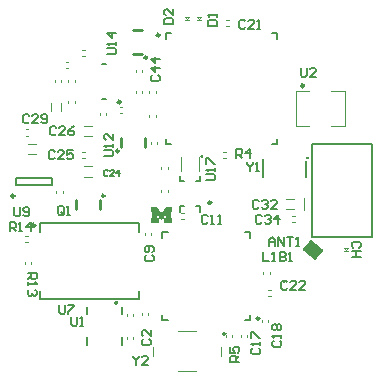
<source format=gto>
%FSLAX24Y24*%
%MOIN*%
G70*
G01*
G75*
G04 Layer_Color=65535*
%ADD10C,0.0100*%
G04:AMPARAMS|DCode=11|XSize=63mil|YSize=98.4mil|CornerRadius=15.7mil|HoleSize=0mil|Usage=FLASHONLY|Rotation=0.000|XOffset=0mil|YOffset=0mil|HoleType=Round|Shape=RoundedRectangle|*
%AMROUNDEDRECTD11*
21,1,0.0630,0.0669,0,0,0.0*
21,1,0.0315,0.0984,0,0,0.0*
1,1,0.0315,0.0157,-0.0335*
1,1,0.0315,-0.0157,-0.0335*
1,1,0.0315,-0.0157,0.0335*
1,1,0.0315,0.0157,0.0335*
%
%ADD11ROUNDEDRECTD11*%
G04:AMPARAMS|DCode=12|XSize=33.5mil|YSize=17.7mil|CornerRadius=4.4mil|HoleSize=0mil|Usage=FLASHONLY|Rotation=0.000|XOffset=0mil|YOffset=0mil|HoleType=Round|Shape=RoundedRectangle|*
%AMROUNDEDRECTD12*
21,1,0.0335,0.0089,0,0,0.0*
21,1,0.0246,0.0177,0,0,0.0*
1,1,0.0089,0.0123,-0.0044*
1,1,0.0089,-0.0123,-0.0044*
1,1,0.0089,-0.0123,0.0044*
1,1,0.0089,0.0123,0.0044*
%
%ADD12ROUNDEDRECTD12*%
%ADD13O,0.0335X0.0110*%
%ADD14O,0.0110X0.0335*%
%ADD15R,0.2028X0.2028*%
%ADD16R,0.1850X0.1850*%
%ADD17O,0.0110X0.0315*%
%ADD18O,0.0315X0.0110*%
%ADD19O,0.0276X0.0098*%
%ADD20O,0.0098X0.0276*%
%ADD21O,0.0532X0.0177*%
%ADD22R,0.0142X0.0142*%
%ADD23R,0.0110X0.0110*%
G04:AMPARAMS|DCode=24|XSize=59.1mil|YSize=102.4mil|CornerRadius=0mil|HoleSize=0mil|Usage=FLASHONLY|Rotation=230.000|XOffset=0mil|YOffset=0mil|HoleType=Round|Shape=Rectangle|*
%AMROTATEDRECTD24*
4,1,4,-0.0202,0.0555,0.0582,-0.0103,0.0202,-0.0555,-0.0582,0.0103,-0.0202,0.0555,0.0*
%
%ADD24ROTATEDRECTD24*%

%ADD25R,0.0551X0.0630*%
%ADD26R,0.0630X0.0748*%
%ADD27R,0.0532X0.0157*%
%ADD28R,0.0138X0.0098*%
%ADD29R,0.0098X0.0187*%
%ADD30R,0.0217X0.0394*%
%ADD31R,0.0118X0.0193*%
%ADD32R,0.0118X0.0209*%
%ADD33R,0.0787X0.0472*%
%ADD34R,0.0335X0.0157*%
%ADD35R,0.0157X0.0335*%
%ADD36R,0.0276X0.0354*%
%ADD37R,0.0197X0.0315*%
%ADD38O,0.0315X0.0157*%
%ADD39R,0.2362X0.1890*%
%ADD40R,0.0236X0.0157*%
%ADD41R,0.0197X0.0354*%
%ADD42R,0.0157X0.0236*%
%ADD43R,0.0354X0.0197*%
%ADD44C,0.0060*%
%ADD45C,0.0050*%
%ADD46C,0.0120*%
%ADD47C,0.0181*%
%ADD48C,0.0080*%
%ADD49C,0.0150*%
%ADD50C,0.1260*%
%ADD51C,0.0630*%
%ADD52C,0.0180*%
%ADD53C,0.0197*%
%ADD54C,0.0276*%
%ADD55C,0.0260*%
%ADD56C,0.0220*%
%ADD57C,0.0200*%
%ADD58R,0.0236X0.0610*%
%ADD59R,0.0472X0.0709*%
%ADD60R,0.0591X0.0236*%
%ADD61R,0.0236X0.0591*%
%ADD62R,0.0512X0.0217*%
%ADD63R,0.1299X0.1299*%
%ADD64O,0.0315X0.0098*%
%ADD65O,0.0098X0.0315*%
%ADD66C,0.0098*%
%ADD67C,0.0039*%
%ADD68C,0.0079*%
%ADD69C,0.0047*%
G04:AMPARAMS|DCode=70|XSize=43.3mil|YSize=55.1mil|CornerRadius=0mil|HoleSize=0mil|Usage=FLASHONLY|Rotation=230.000|XOffset=0mil|YOffset=0mil|HoleType=Round|Shape=Rectangle|*
%AMROTATEDRECTD70*
4,1,4,-0.0072,0.0343,0.0350,-0.0011,0.0072,-0.0343,-0.0350,0.0011,-0.0072,0.0343,0.0*
%
%ADD70ROTATEDRECTD70*%

G36*
X-484Y-700D02*
X-539D01*
Y-921D01*
X-484D01*
Y-1067D01*
X-758D01*
Y-921D01*
X-702D01*
Y-788D01*
X-840Y-979D01*
X-849D01*
X-985Y-788D01*
Y-921D01*
X-929D01*
Y-1067D01*
X-1203D01*
Y-921D01*
X-1150D01*
Y-700D01*
X-1203D01*
Y-554D01*
X-986D01*
X-847Y-746D01*
X-840D01*
X-701Y-554D01*
X-484D01*
Y-700D01*
D02*
G37*
D10*
X3900Y3500D02*
G03*
X3900Y3500I-50J0D01*
G01*
X3242Y-3026D02*
G03*
X3242Y-3026I-14J0D01*
G01*
X-2328Y-3732D02*
G03*
X-2328Y-3732I-28J0D01*
G01*
X504Y1146D02*
G03*
X504Y1146I-10J0D01*
G01*
X1280Y-4769D02*
G03*
X1280Y-4769I-30J0D01*
G01*
X-1335Y4438D02*
G03*
X-1335Y4438I-39J0D01*
G01*
X-2272Y1324D02*
G03*
X-2272Y1324I-39J0D01*
G01*
X-2749Y-174D02*
G03*
X-2749Y-174I-39J0D01*
G01*
X4026Y1094D02*
G03*
X4026Y1094I-14J0D01*
G01*
X-1807Y5344D02*
X-1493D01*
X-1807Y4556D02*
X-1493D01*
X-2194Y1443D02*
Y1757D01*
X-1406Y1443D02*
Y1757D01*
X-3694Y-607D02*
Y-293D01*
X-2906Y-607D02*
Y-293D01*
D44*
X-2159Y-5140D02*
Y-4876D01*
X-3341Y-5140D02*
Y-4876D01*
Y-4124D02*
Y-3860D01*
X-2159Y-4124D02*
Y-3860D01*
D45*
X6171Y-1555D02*
Y1555D01*
X4183D02*
X6171D01*
X4193Y-1555D02*
X6171D01*
X4183Y-1545D02*
Y1555D01*
Y-1545D02*
X4193Y-1555D01*
X2531Y455D02*
Y1045D01*
X3968Y455D02*
Y996D01*
X3100Y-2050D02*
Y-2350D01*
X3250D01*
X3300Y-2300D01*
Y-2250D01*
X3250Y-2200D01*
X3100D01*
X3250D01*
X3300Y-2150D01*
Y-2100D01*
X3250Y-2050D01*
X3100D01*
X3400Y-2350D02*
X3500D01*
X3450D01*
Y-2050D01*
X3400Y-2100D01*
X-1450Y-4950D02*
X-1500Y-5000D01*
Y-5100D01*
X-1450Y-5150D01*
X-1250D01*
X-1200Y-5100D01*
Y-5000D01*
X-1250Y-4950D01*
X-1200Y-4650D02*
Y-4850D01*
X-1400Y-4650D01*
X-1450D01*
X-1500Y-4700D01*
Y-4800D01*
X-1450Y-4850D01*
X-1350Y-2150D02*
X-1400Y-2200D01*
Y-2300D01*
X-1350Y-2350D01*
X-1150D01*
X-1100Y-2300D01*
Y-2200D01*
X-1150Y-2150D01*
Y-2050D02*
X-1100Y-2000D01*
Y-1900D01*
X-1150Y-1850D01*
X-1350D01*
X-1400Y-1900D01*
Y-2000D01*
X-1350Y-2050D01*
X-1300D01*
X-1250Y-2000D01*
Y-1850D01*
X700Y-850D02*
X650Y-800D01*
X550D01*
X500Y-850D01*
Y-1050D01*
X550Y-1100D01*
X650D01*
X700Y-1050D01*
X800Y-1100D02*
X900D01*
X850D01*
Y-800D01*
X800Y-850D01*
X1050Y-1100D02*
X1150D01*
X1100D01*
Y-800D01*
X1050Y-850D01*
X2200Y-5250D02*
X2150Y-5300D01*
Y-5400D01*
X2200Y-5450D01*
X2400D01*
X2450Y-5400D01*
Y-5300D01*
X2400Y-5250D01*
X2450Y-5150D02*
Y-5050D01*
Y-5100D01*
X2150D01*
X2200Y-5150D01*
X2150Y-4900D02*
Y-4700D01*
X2200D01*
X2400Y-4900D01*
X2450D01*
X2900Y-5000D02*
X2850Y-5050D01*
Y-5150D01*
X2900Y-5200D01*
X3100D01*
X3150Y-5150D01*
Y-5050D01*
X3100Y-5000D01*
X3150Y-4900D02*
Y-4800D01*
Y-4850D01*
X2850D01*
X2900Y-4900D01*
Y-4650D02*
X2850Y-4600D01*
Y-4500D01*
X2900Y-4450D01*
X2950D01*
X3000Y-4500D01*
X3050Y-4450D01*
X3100D01*
X3150Y-4500D01*
Y-4600D01*
X3100Y-4650D01*
X3050D01*
X3000Y-4600D01*
X2950Y-4650D01*
X2900D01*
X3000Y-4600D02*
Y-4500D01*
X1950Y5650D02*
X1900Y5700D01*
X1800D01*
X1750Y5650D01*
Y5450D01*
X1800Y5400D01*
X1900D01*
X1950Y5450D01*
X2250Y5400D02*
X2050D01*
X2250Y5600D01*
Y5650D01*
X2200Y5700D01*
X2100D01*
X2050Y5650D01*
X2350Y5400D02*
X2450D01*
X2400D01*
Y5700D01*
X2350Y5650D01*
X3350Y-3050D02*
X3300Y-3000D01*
X3200D01*
X3150Y-3050D01*
Y-3250D01*
X3200Y-3300D01*
X3300D01*
X3350Y-3250D01*
X3650Y-3300D02*
X3450D01*
X3650Y-3100D01*
Y-3050D01*
X3600Y-3000D01*
X3500D01*
X3450Y-3050D01*
X3950Y-3300D02*
X3750D01*
X3950Y-3100D01*
Y-3050D01*
X3900Y-3000D01*
X3800D01*
X3750Y-3050D01*
X-2617Y667D02*
X-2650Y700D01*
X-2717D01*
X-2750Y667D01*
Y533D01*
X-2717Y500D01*
X-2650D01*
X-2617Y533D01*
X-2417Y500D02*
X-2550D01*
X-2417Y633D01*
Y667D01*
X-2450Y700D01*
X-2517D01*
X-2550Y667D01*
X-2250Y500D02*
Y700D01*
X-2350Y600D01*
X-2217D01*
X-4400Y1300D02*
X-4450Y1350D01*
X-4550D01*
X-4600Y1300D01*
Y1100D01*
X-4550Y1050D01*
X-4450D01*
X-4400Y1100D01*
X-4100Y1050D02*
X-4300D01*
X-4100Y1250D01*
Y1300D01*
X-4150Y1350D01*
X-4250D01*
X-4300Y1300D01*
X-3800Y1350D02*
X-4000D01*
Y1200D01*
X-3900Y1250D01*
X-3850D01*
X-3800Y1200D01*
Y1100D01*
X-3850Y1050D01*
X-3950D01*
X-4000Y1100D01*
X-4350Y2100D02*
X-4400Y2150D01*
X-4500D01*
X-4550Y2100D01*
Y1900D01*
X-4500Y1850D01*
X-4400D01*
X-4350Y1900D01*
X-4050Y1850D02*
X-4250D01*
X-4050Y2050D01*
Y2100D01*
X-4100Y2150D01*
X-4200D01*
X-4250Y2100D01*
X-3750Y2150D02*
X-3850Y2100D01*
X-3950Y2000D01*
Y1900D01*
X-3900Y1850D01*
X-3800D01*
X-3750Y1900D01*
Y1950D01*
X-3800Y2000D01*
X-3950D01*
X-5250Y2500D02*
X-5300Y2550D01*
X-5400D01*
X-5450Y2500D01*
Y2300D01*
X-5400Y2250D01*
X-5300D01*
X-5250Y2300D01*
X-4950Y2250D02*
X-5150D01*
X-4950Y2450D01*
Y2500D01*
X-5000Y2550D01*
X-5100D01*
X-5150Y2500D01*
X-4850Y2300D02*
X-4800Y2250D01*
X-4700D01*
X-4650Y2300D01*
Y2500D01*
X-4700Y2550D01*
X-4800D01*
X-4850Y2500D01*
Y2450D01*
X-4800Y2400D01*
X-4650D01*
X2400Y-350D02*
X2350Y-300D01*
X2250D01*
X2200Y-350D01*
Y-550D01*
X2250Y-600D01*
X2350D01*
X2400Y-550D01*
X2500Y-350D02*
X2550Y-300D01*
X2650D01*
X2700Y-350D01*
Y-400D01*
X2650Y-450D01*
X2600D01*
X2650D01*
X2700Y-500D01*
Y-550D01*
X2650Y-600D01*
X2550D01*
X2500Y-550D01*
X3000Y-600D02*
X2800D01*
X3000Y-400D01*
Y-350D01*
X2950Y-300D01*
X2850D01*
X2800Y-350D01*
X2500Y-850D02*
X2450Y-800D01*
X2350D01*
X2300Y-850D01*
Y-1050D01*
X2350Y-1100D01*
X2450D01*
X2500Y-1050D01*
X2600Y-850D02*
X2650Y-800D01*
X2750D01*
X2800Y-850D01*
Y-900D01*
X2750Y-950D01*
X2700D01*
X2750D01*
X2800Y-1000D01*
Y-1050D01*
X2750Y-1100D01*
X2650D01*
X2600Y-1050D01*
X3050Y-1100D02*
Y-800D01*
X2900Y-950D01*
X3100D01*
X-1150Y3850D02*
X-1200Y3800D01*
Y3700D01*
X-1150Y3650D01*
X-950D01*
X-900Y3700D01*
Y3800D01*
X-950Y3850D01*
X-900Y4100D02*
X-1200D01*
X-1050Y3950D01*
Y4150D01*
X-900Y4400D02*
X-1200D01*
X-1050Y4250D01*
Y4450D01*
X2550Y-2050D02*
Y-2350D01*
X2750D01*
X2850D02*
X2950D01*
X2900D01*
Y-2050D01*
X2850Y-2100D01*
X1650Y1100D02*
Y1400D01*
X1800D01*
X1850Y1350D01*
Y1250D01*
X1800Y1200D01*
X1650D01*
X1750D02*
X1850Y1100D01*
X2100D02*
Y1400D01*
X1950Y1250D01*
X2150D01*
X1750Y-5700D02*
X1450D01*
Y-5550D01*
X1500Y-5500D01*
X1600D01*
X1650Y-5550D01*
Y-5700D01*
Y-5600D02*
X1750Y-5500D01*
X1450Y-5200D02*
Y-5400D01*
X1600D01*
X1550Y-5300D01*
Y-5250D01*
X1600Y-5200D01*
X1700D01*
X1750Y-5250D01*
Y-5350D01*
X1700Y-5400D01*
X-5300Y-2750D02*
X-5000D01*
Y-2900D01*
X-5050Y-2950D01*
X-5150D01*
X-5200Y-2900D01*
Y-2750D01*
Y-2850D02*
X-5300Y-2950D01*
Y-3050D02*
Y-3150D01*
Y-3100D01*
X-5000D01*
X-5050Y-3050D01*
Y-3300D02*
X-5000Y-3350D01*
Y-3450D01*
X-5050Y-3500D01*
X-5100D01*
X-5150Y-3450D01*
Y-3400D01*
Y-3450D01*
X-5200Y-3500D01*
X-5250D01*
X-5300Y-3450D01*
Y-3350D01*
X-5250Y-3300D01*
X-5900Y-1350D02*
Y-1050D01*
X-5750D01*
X-5700Y-1100D01*
Y-1200D01*
X-5750Y-1250D01*
X-5900D01*
X-5800D02*
X-5700Y-1350D01*
X-5600D02*
X-5500D01*
X-5550D01*
Y-1050D01*
X-5600Y-1100D01*
X-5200Y-1350D02*
Y-1050D01*
X-5350Y-1200D01*
X-5150D01*
X-3850Y-4200D02*
Y-4450D01*
X-3800Y-4500D01*
X-3700D01*
X-3650Y-4450D01*
Y-4200D01*
X-3550Y-4500D02*
X-3450D01*
X-3500D01*
Y-4200D01*
X-3550Y-4250D01*
X-5750Y-550D02*
Y-800D01*
X-5700Y-850D01*
X-5600D01*
X-5550Y-800D01*
Y-550D01*
X-5450Y-800D02*
X-5400Y-850D01*
X-5300D01*
X-5250Y-800D01*
Y-600D01*
X-5300Y-550D01*
X-5400D01*
X-5450Y-600D01*
Y-650D01*
X-5400Y-700D01*
X-5250D01*
X-2750Y1150D02*
X-2500D01*
X-2450Y1200D01*
Y1300D01*
X-2500Y1350D01*
X-2750D01*
X-2450Y1450D02*
Y1550D01*
Y1500D01*
X-2750D01*
X-2700Y1450D01*
X-2450Y1900D02*
Y1700D01*
X-2650Y1900D01*
X-2700D01*
X-2750Y1850D01*
Y1750D01*
X-2700Y1700D01*
X-2650Y4550D02*
X-2400D01*
X-2350Y4600D01*
Y4700D01*
X-2400Y4750D01*
X-2650D01*
X-2350Y4850D02*
Y4950D01*
Y4900D01*
X-2650D01*
X-2600Y4850D01*
X-2350Y5250D02*
X-2650D01*
X-2500Y5100D01*
Y5300D01*
X650Y350D02*
X900D01*
X950Y400D01*
Y500D01*
X900Y550D01*
X650D01*
X950Y650D02*
Y750D01*
Y700D01*
X650D01*
X700Y650D01*
X650Y900D02*
Y1100D01*
X700D01*
X900Y900D01*
X950D01*
X2000Y950D02*
Y900D01*
X2100Y800D01*
X2200Y900D01*
Y950D01*
X2100Y800D02*
Y650D01*
X2300D02*
X2400D01*
X2350D01*
Y950D01*
X2300Y900D01*
X-1800Y-5500D02*
Y-5550D01*
X-1700Y-5650D01*
X-1600Y-5550D01*
Y-5500D01*
X-1700Y-5650D02*
Y-5800D01*
X-1300D02*
X-1500D01*
X-1300Y-5600D01*
Y-5550D01*
X-1350Y-5500D01*
X-1450D01*
X-1500Y-5550D01*
X2750Y-1850D02*
Y-1650D01*
X2850Y-1550D01*
X2950Y-1650D01*
Y-1850D01*
Y-1700D01*
X2750D01*
X3050Y-1850D02*
Y-1550D01*
X3250Y-1850D01*
Y-1550D01*
X3350D02*
X3550D01*
X3450D01*
Y-1850D01*
X3650D02*
X3750D01*
X3700D01*
Y-1550D01*
X3650Y-1600D01*
X-4100Y-750D02*
Y-550D01*
X-4150Y-500D01*
X-4250D01*
X-4300Y-550D01*
Y-750D01*
X-4250Y-800D01*
X-4150D01*
X-4200Y-700D02*
X-4100Y-800D01*
X-4150D02*
X-4100Y-750D01*
X-4000Y-800D02*
X-3900D01*
X-3950D01*
Y-500D01*
X-4000Y-550D01*
X-4250Y-3800D02*
Y-4050D01*
X-4200Y-4100D01*
X-4100D01*
X-4050Y-4050D01*
Y-3800D01*
X-3950D02*
X-3750D01*
Y-3850D01*
X-3950Y-4050D01*
Y-4100D01*
X700Y5500D02*
X1000D01*
Y5650D01*
X950Y5700D01*
X750D01*
X700Y5650D01*
Y5500D01*
X1000Y5800D02*
Y5900D01*
Y5850D01*
X700D01*
X750Y5800D01*
X-750Y5550D02*
X-450D01*
Y5700D01*
X-500Y5750D01*
X-700D01*
X-750Y5700D01*
Y5550D01*
X-450Y6050D02*
Y5850D01*
X-650Y6050D01*
X-700D01*
X-750Y6000D01*
Y5900D01*
X-700Y5850D01*
X3800Y4100D02*
Y3850D01*
X3850Y3800D01*
X3950D01*
X4000Y3850D01*
Y4100D01*
X4300Y3800D02*
X4100D01*
X4300Y4000D01*
Y4050D01*
X4250Y4100D01*
X4150D01*
X4100Y4050D01*
X5750Y-1900D02*
X5800Y-1850D01*
Y-1750D01*
X5750Y-1700D01*
X5550D01*
X5500Y-1750D01*
Y-1850D01*
X5550Y-1900D01*
X5800Y-2000D02*
X5500D01*
X5650D01*
Y-2200D01*
X5800D01*
X5500D01*
D66*
X2422Y-4257D02*
G03*
X2422Y-4257I-49J0D01*
G01*
X-907Y5191D02*
G03*
X-907Y5191I-49J0D01*
G01*
X818Y-395D02*
G03*
X818Y-395I-49J0D01*
G01*
X-2209Y2961D02*
G03*
X-2209Y2961I-49J0D01*
G01*
X-5750Y-172D02*
G03*
X-5750Y-172I-49J0D01*
G01*
X-5051Y-1149D02*
G03*
X-5051Y-1149I-49J0D01*
G01*
D67*
X4814Y3341D02*
X5257D01*
X4814Y2159D02*
X5257D01*
X3643D02*
X4086D01*
X3643Y3341D02*
X4086D01*
X5257Y2159D02*
Y3341D01*
X3643Y2159D02*
Y3341D01*
X1122Y-5507D02*
Y-5193D01*
X-295Y-4681D02*
X295D01*
X-1122Y-5507D02*
Y-5193D01*
X-295Y-6019D02*
X295D01*
X-4358Y-89D02*
Y-11D01*
X-4142Y-89D02*
Y-11D01*
X-5288Y1223D02*
X-5012D01*
X-5288Y1567D02*
X-5012D01*
X-2239Y2592D02*
X-2161D01*
X-2239Y2808D02*
X-2161D01*
X-858Y-39D02*
Y39D01*
X-642Y-39D02*
Y39D01*
X-1258Y2461D02*
Y2539D01*
X-1042Y2461D02*
Y2539D01*
X-3742Y2911D02*
Y2989D01*
X-3958Y2911D02*
Y2989D01*
X-4527Y2662D02*
Y2938D01*
X-4183Y2662D02*
Y2938D01*
X-3489Y4492D02*
X-3411D01*
X-3489Y4708D02*
X-3411D01*
X5231Y-1999D02*
X5369D01*
X5300Y-1970D02*
X5369Y-1901D01*
X5231D02*
X5300Y-1970D01*
X5231Y-1901D02*
X5369D01*
X-2908Y2511D02*
Y2589D01*
X-2692Y2511D02*
Y2589D01*
X-1208Y1561D02*
Y1639D01*
X-992Y1561D02*
Y1639D01*
X-1708Y3261D02*
Y3339D01*
X-1492Y3261D02*
Y3339D01*
X-3958Y3611D02*
Y3689D01*
X-3742Y3611D02*
Y3689D01*
X-1258Y3261D02*
Y3339D01*
X-1042Y3261D02*
Y3339D01*
X-4408Y3611D02*
Y3689D01*
X-4192Y3611D02*
Y3689D01*
X-4039Y4308D02*
X-3961D01*
X-4039Y4092D02*
X-3961D01*
X-5408Y-2439D02*
Y-2361D01*
X-5192Y-2439D02*
Y-2361D01*
X-5389Y-1708D02*
X-5311D01*
X-5389Y-1492D02*
X-5311D01*
X-1408Y-1489D02*
Y-1411D01*
X-1192Y-1489D02*
Y-1411D01*
X-1792Y-4939D02*
Y-4861D01*
X-2008Y-4939D02*
Y-4861D01*
X-1292Y-4139D02*
Y-4061D01*
X-1508Y-4139D02*
Y-4061D01*
X-1792Y-4189D02*
Y-4111D01*
X-2008Y-4189D02*
Y-4111D01*
X1292Y-4889D02*
Y-4811D01*
X1508Y-4889D02*
Y-4811D01*
X2008Y-4889D02*
Y-4811D01*
X1792Y-4889D02*
Y-4811D01*
X2708Y-4389D02*
Y-4311D01*
X2492Y-4389D02*
Y-4311D01*
X2711Y-3508D02*
X2789D01*
X2711Y-3292D02*
X2789D01*
X2758Y-2789D02*
Y-2711D01*
X2542Y-2789D02*
Y-2711D01*
X3511Y-1058D02*
X3589D01*
X3511Y-842D02*
X3589D01*
X3312Y-273D02*
X3588D01*
X3312Y-617D02*
X3588D01*
X3900Y-650D02*
Y-250D01*
X1211Y1092D02*
X1289D01*
X1211Y1308D02*
X1289D01*
X-189Y-958D02*
X-111D01*
X-189Y-742D02*
X-111D01*
X-858Y711D02*
Y789D01*
X-642Y711D02*
Y789D01*
X-3438Y473D02*
X-3162D01*
X-3438Y817D02*
X-3162D01*
X-3489Y1308D02*
X-3411D01*
X-3489Y1092D02*
X-3411D01*
X-3438Y1823D02*
X-3162D01*
X-3438Y2167D02*
X-3162D01*
X-5358Y2048D02*
X-5279D01*
X-5358Y1832D02*
X-5279D01*
X-69Y5701D02*
X69D01*
X0Y5730D02*
X69Y5799D01*
X-69D02*
X0Y5730D01*
X-69Y5799D02*
X69D01*
X331Y5701D02*
X469D01*
X400Y5730D02*
X469Y5799D01*
X331D02*
X400Y5730D01*
X331Y5799D02*
X469D01*
X1311Y5708D02*
X1389D01*
X1311Y5492D02*
X1389D01*
X-1708Y3961D02*
Y4039D01*
X-1492Y3961D02*
Y4039D01*
D68*
X2117Y-4317D02*
Y-4130D01*
X1930Y-4317D02*
X2117D01*
X-817D02*
X-630D01*
X-817D02*
Y-4130D01*
Y-1570D02*
Y-1383D01*
X-630D01*
X2117Y-1570D02*
Y-1383D01*
X1930D02*
X2117D01*
X-700Y1550D02*
X-523D01*
X-700D02*
Y1727D01*
X2823Y1550D02*
X3000D01*
Y1727D01*
Y5073D02*
Y5250D01*
X2823D02*
X3000D01*
X-700D02*
X-523D01*
X-700Y5073D02*
Y5250D01*
X435Y-700D02*
Y-513D01*
X307D02*
X435D01*
X-235D02*
X-107D01*
X-235Y-700D02*
Y-513D01*
Y313D02*
Y500D01*
Y313D02*
X-107D01*
X307D02*
X435D01*
Y500D01*
X-2819Y3059D02*
X-2681D01*
X-2819Y4241D02*
X-2681D01*
X-5691Y418D02*
X-4509D01*
X-5691Y182D02*
X-4509D01*
Y418D01*
X-5691Y182D02*
Y418D01*
X-3264Y-1090D02*
X-1596D01*
Y-1364D02*
Y-1090D01*
Y-3610D02*
Y-3336D01*
X-3264Y-3610D02*
X-1596D01*
X-4904D02*
X-3236D01*
X-4904D02*
Y-3336D01*
Y-1090D02*
X-3236D01*
X-4904Y-1364D02*
Y-1090D01*
D69*
X-205Y674D02*
Y1126D01*
X405Y674D02*
Y1126D01*
D70*
X4209Y-1963D02*
D03*
M02*

</source>
